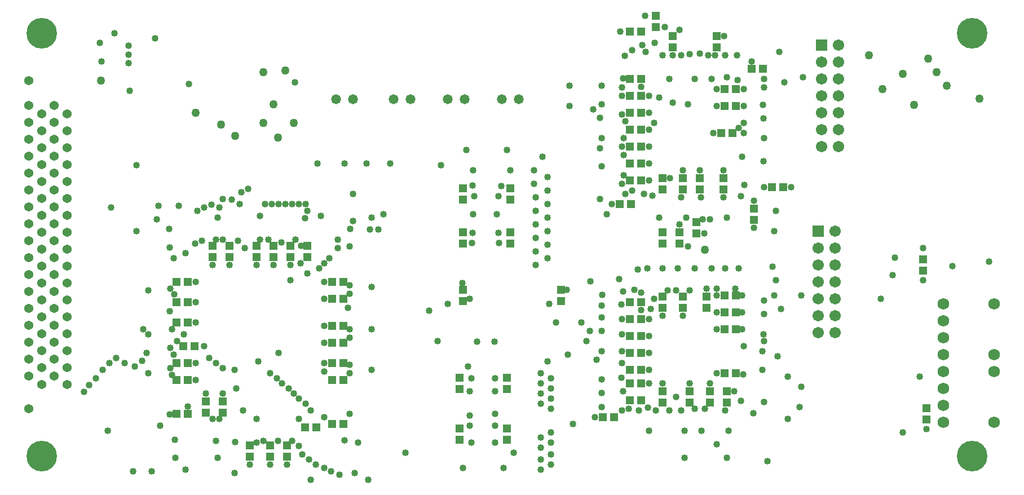
<source format=gbs>
%FSLAX24Y24*%
%MOIN*%
G70*
G01*
G75*
%ADD10R,0.0866X0.0236*%
%ADD11C,0.0200*%
%ADD12R,0.0620X0.1010*%
%ADD13R,0.0600X0.0150*%
%ADD14R,0.0360X0.2560*%
%ADD15R,0.0620X0.0775*%
%ADD16R,0.0866X0.0787*%
%ADD17R,0.0787X0.0866*%
%ADD18R,0.0394X0.0433*%
%ADD19R,0.0630X0.0118*%
%ADD20R,0.0118X0.0630*%
%ADD21R,0.0650X0.0118*%
%ADD22R,0.0728X0.0118*%
%ADD23R,0.0118X0.0728*%
%ADD24R,0.0512X0.0591*%
%ADD25R,0.0807X0.0236*%
%ADD26R,0.0591X0.0512*%
%ADD27R,0.0551X0.0787*%
%ADD28R,0.1063X0.0630*%
%ADD29C,0.0241*%
%ADD30R,0.1024X0.0945*%
%ADD31R,0.0630X0.0709*%
%ADD32R,0.0709X0.0630*%
%ADD33R,0.0433X0.0394*%
%ADD34R,0.0500X0.1181*%
%ADD35R,0.0866X0.0236*%
%ADD36R,0.5906X0.5906*%
%ADD37R,0.0420X0.1181*%
%ADD38C,0.0100*%
%ADD39C,0.0080*%
%ADD40C,0.0160*%
%ADD41C,0.0120*%
%ADD42C,0.0200*%
%ADD43C,0.0180*%
%ADD44C,0.0500*%
%ADD45C,0.1732*%
%ADD46C,0.1732*%
%ADD47C,0.0460*%
%ADD48C,0.0600*%
%ADD49R,0.0591X0.0591*%
%ADD50C,0.0591*%
%ADD51C,0.0320*%
%ADD52C,0.0420*%
%ADD53C,0.0060*%
%ADD54C,0.0098*%
%ADD55C,0.0079*%
%ADD56C,0.0070*%
%ADD57R,0.0079X0.0197*%
%ADD58R,0.0200X0.0700*%
%ADD59R,0.0200X0.0200*%
%ADD60R,0.0500X0.0200*%
%ADD61R,0.0200X0.1000*%
%ADD62R,0.0200X0.0500*%
%ADD63R,0.0079X0.0197*%
%ADD64R,0.0197X0.0079*%
%ADD65R,0.0197X0.0079*%
%ADD66R,0.0946X0.0316*%
%ADD67R,0.0680X0.0230*%
%ADD68R,0.0946X0.0867*%
%ADD69R,0.0867X0.0946*%
%ADD70R,0.0474X0.0513*%
%ADD71R,0.0710X0.0198*%
%ADD72R,0.0198X0.0710*%
%ADD73R,0.0730X0.0198*%
%ADD74R,0.0808X0.0198*%
%ADD75R,0.0198X0.0808*%
%ADD76R,0.0592X0.0671*%
%ADD77R,0.0887X0.0316*%
%ADD78R,0.0671X0.0592*%
%ADD79R,0.0631X0.0867*%
%ADD80R,0.1143X0.0710*%
%ADD81R,0.1104X0.1025*%
%ADD82R,0.0710X0.0789*%
%ADD83R,0.0789X0.0710*%
%ADD84R,0.0513X0.0474*%
%ADD85R,0.0946X0.0316*%
%ADD86C,0.0280*%
%ADD87R,0.5986X0.5986*%
%ADD88R,0.0500X0.1261*%
%ADD89C,0.0580*%
%ADD90C,0.1812*%
%ADD91C,0.1812*%
%ADD92C,0.0540*%
%ADD93C,0.0680*%
%ADD94R,0.0671X0.0671*%
%ADD95C,0.0671*%
%ADD96C,0.0400*%
D44*
X74061Y53261D02*
D03*
X76000Y54400D02*
D03*
X75400Y55200D02*
D03*
X77951Y53649D02*
D03*
X73392Y55108D02*
D03*
X74900Y56000D02*
D03*
X72200Y54200D02*
D03*
X71400Y56200D02*
D03*
X61700Y44700D02*
D03*
X37400Y52200D02*
D03*
X36460Y51340D02*
D03*
X35600Y52200D02*
D03*
X36900Y55300D02*
D03*
X35600Y55200D02*
D03*
X36214Y53286D02*
D03*
X33940Y51440D02*
D03*
X33100Y52100D02*
D03*
X31600Y52800D02*
D03*
X26000Y54700D02*
D03*
D70*
X61800Y41265D02*
D03*
Y41935D02*
D03*
X60400D02*
D03*
Y41265D02*
D03*
X50200Y45735D02*
D03*
Y45065D02*
D03*
X32600Y44935D02*
D03*
Y44265D02*
D03*
X59200Y36335D02*
D03*
Y35665D02*
D03*
X62000Y36335D02*
D03*
Y35665D02*
D03*
X63000Y36335D02*
D03*
Y35665D02*
D03*
X58800Y58535D02*
D03*
Y57865D02*
D03*
X59200Y41265D02*
D03*
Y41935D02*
D03*
X47200Y37135D02*
D03*
Y36465D02*
D03*
Y33465D02*
D03*
Y34135D02*
D03*
X50000Y33465D02*
D03*
Y34135D02*
D03*
Y37135D02*
D03*
Y36465D02*
D03*
X60800Y36335D02*
D03*
Y35665D02*
D03*
X60400Y48265D02*
D03*
Y48935D02*
D03*
X61400Y48265D02*
D03*
Y48935D02*
D03*
X62800Y48265D02*
D03*
Y48935D02*
D03*
X60200Y45065D02*
D03*
Y45735D02*
D03*
X59200Y45065D02*
D03*
Y45735D02*
D03*
X64600Y47135D02*
D03*
Y46465D02*
D03*
X47400Y47665D02*
D03*
Y48335D02*
D03*
X50200Y47665D02*
D03*
Y48335D02*
D03*
X47400Y45735D02*
D03*
Y45065D02*
D03*
X59200Y48265D02*
D03*
Y48935D02*
D03*
X61200Y46335D02*
D03*
Y45665D02*
D03*
X35200Y44935D02*
D03*
Y44265D02*
D03*
X62400Y56665D02*
D03*
Y57335D02*
D03*
X33200Y35065D02*
D03*
Y35735D02*
D03*
X36000Y33135D02*
D03*
Y32465D02*
D03*
X37000Y33135D02*
D03*
Y32465D02*
D03*
X37200Y44935D02*
D03*
Y44265D02*
D03*
X36200Y44935D02*
D03*
Y44265D02*
D03*
X33600Y44935D02*
D03*
Y44265D02*
D03*
X34800Y33135D02*
D03*
Y32465D02*
D03*
X32200Y35065D02*
D03*
Y35735D02*
D03*
X38200Y44935D02*
D03*
Y44265D02*
D03*
X47400Y42335D02*
D03*
Y41665D02*
D03*
X74600Y44135D02*
D03*
Y43465D02*
D03*
X74800Y34665D02*
D03*
Y35335D02*
D03*
X53200Y41665D02*
D03*
Y42335D02*
D03*
X59800Y57335D02*
D03*
Y56665D02*
D03*
D84*
X56335Y34800D02*
D03*
X55665D02*
D03*
X62865Y42000D02*
D03*
X63535D02*
D03*
X56665Y47400D02*
D03*
X57335D02*
D03*
X38065Y34200D02*
D03*
X38735D02*
D03*
X57935Y40600D02*
D03*
X57265D02*
D03*
X57935Y39600D02*
D03*
X57265D02*
D03*
X57935Y38600D02*
D03*
X57265D02*
D03*
X57935Y36800D02*
D03*
X57265D02*
D03*
X62865Y37400D02*
D03*
X63535D02*
D03*
X62865Y40000D02*
D03*
X63535D02*
D03*
X62865Y41000D02*
D03*
X63535D02*
D03*
X57265Y57600D02*
D03*
X57935D02*
D03*
X57935Y37600D02*
D03*
X57265D02*
D03*
X57935Y41600D02*
D03*
X57265D02*
D03*
X57935Y35800D02*
D03*
X57265D02*
D03*
Y54800D02*
D03*
X57935D02*
D03*
X65135Y55400D02*
D03*
X64465D02*
D03*
X57265Y51800D02*
D03*
X57935D02*
D03*
X57265Y49800D02*
D03*
X57935D02*
D03*
X65665Y48400D02*
D03*
X66335D02*
D03*
X63535Y54200D02*
D03*
X62865D02*
D03*
X63535Y53200D02*
D03*
X62865D02*
D03*
X57265Y53800D02*
D03*
X57935D02*
D03*
X57265Y50800D02*
D03*
X57935D02*
D03*
X57265Y48800D02*
D03*
X57935D02*
D03*
X63335Y51600D02*
D03*
X62665D02*
D03*
X30865Y39000D02*
D03*
X31535D02*
D03*
X30465Y38000D02*
D03*
X31135D02*
D03*
X40335D02*
D03*
X39665D02*
D03*
X40335Y39200D02*
D03*
X39665D02*
D03*
X40335Y41800D02*
D03*
X39665D02*
D03*
X30465Y41600D02*
D03*
X31135D02*
D03*
X30465Y42800D02*
D03*
X31135D02*
D03*
X30465Y40400D02*
D03*
X31135D02*
D03*
X30465Y37000D02*
D03*
X31135D02*
D03*
X30465Y35000D02*
D03*
X31135D02*
D03*
X40335Y42800D02*
D03*
X39665D02*
D03*
X40335Y40200D02*
D03*
X39665D02*
D03*
X40335Y37000D02*
D03*
X39665D02*
D03*
X40335Y34400D02*
D03*
X39665D02*
D03*
X57935Y52800D02*
D03*
X57265D02*
D03*
D89*
X49700Y53600D02*
D03*
X50700D02*
D03*
X46500D02*
D03*
X47500D02*
D03*
X43300D02*
D03*
X44300D02*
D03*
X39900D02*
D03*
X40900D02*
D03*
D90*
X77500Y32500D02*
D03*
X22500D02*
D03*
Y57500D02*
D03*
D91*
X77500D02*
D03*
D92*
X24000Y36750D02*
D03*
X23250Y37250D02*
D03*
X24000Y37750D02*
D03*
X23250Y38250D02*
D03*
X24000Y38750D02*
D03*
X23250Y39250D02*
D03*
X24000Y39750D02*
D03*
X23250Y40250D02*
D03*
X24000Y40750D02*
D03*
X23250Y41250D02*
D03*
X24000Y41750D02*
D03*
X23250Y42250D02*
D03*
X24000Y42750D02*
D03*
X23250Y43250D02*
D03*
X24000Y43750D02*
D03*
X23250Y44250D02*
D03*
X24000Y44750D02*
D03*
X23250Y45250D02*
D03*
X24000Y45750D02*
D03*
X23250Y46250D02*
D03*
X24000Y46750D02*
D03*
X23250Y47250D02*
D03*
X24000Y47750D02*
D03*
X23250Y48250D02*
D03*
X24000Y48750D02*
D03*
X23250Y49250D02*
D03*
X24000Y49750D02*
D03*
X23250Y50250D02*
D03*
X24000Y50750D02*
D03*
X23250Y51250D02*
D03*
X24000Y51750D02*
D03*
X23250Y52250D02*
D03*
X24000Y52750D02*
D03*
X23250Y53250D02*
D03*
X22500Y36750D02*
D03*
X21750Y37250D02*
D03*
X22500Y37750D02*
D03*
X21750Y38250D02*
D03*
X22500Y38750D02*
D03*
X21750Y39250D02*
D03*
X22500Y39750D02*
D03*
X21750Y40250D02*
D03*
X22500Y40750D02*
D03*
X21750Y41250D02*
D03*
X22500Y41750D02*
D03*
X21750Y42250D02*
D03*
X22500Y42750D02*
D03*
X21750Y43250D02*
D03*
X22500Y43750D02*
D03*
X21750Y44250D02*
D03*
X22500Y44750D02*
D03*
X21750Y45250D02*
D03*
X22500Y45750D02*
D03*
X21750Y46250D02*
D03*
X22500Y46750D02*
D03*
X21750Y47250D02*
D03*
X22500Y47750D02*
D03*
X21750Y48250D02*
D03*
X22500Y48750D02*
D03*
X21750Y49250D02*
D03*
X22500Y49750D02*
D03*
X21750Y50250D02*
D03*
X22500Y50750D02*
D03*
X21750Y51250D02*
D03*
X22500Y51750D02*
D03*
X21750Y52250D02*
D03*
X22500Y52750D02*
D03*
X21750Y53250D02*
D03*
Y35290D02*
D03*
Y54710D02*
D03*
D93*
X75800Y36500D02*
D03*
Y37500D02*
D03*
Y35500D02*
D03*
Y34500D02*
D03*
X78800Y37500D02*
D03*
Y34500D02*
D03*
Y38500D02*
D03*
Y41500D02*
D03*
X75800Y38500D02*
D03*
Y39500D02*
D03*
Y41500D02*
D03*
Y40500D02*
D03*
D94*
X68400Y45800D02*
D03*
X68600Y56800D02*
D03*
D95*
X69400Y45800D02*
D03*
X68400Y44800D02*
D03*
X69400D02*
D03*
X68400Y43800D02*
D03*
X69400D02*
D03*
X68400Y42800D02*
D03*
X69400D02*
D03*
X68400Y41800D02*
D03*
X69400D02*
D03*
X68400Y40800D02*
D03*
X69400D02*
D03*
X68400Y39800D02*
D03*
X69400D02*
D03*
X69600Y56800D02*
D03*
X68600Y55800D02*
D03*
X69600D02*
D03*
X68600Y54800D02*
D03*
X69600D02*
D03*
X68600Y53800D02*
D03*
X69600D02*
D03*
X68600Y52800D02*
D03*
X69600D02*
D03*
X68600Y51800D02*
D03*
X69600D02*
D03*
X68600Y50800D02*
D03*
X69600D02*
D03*
D96*
X40900Y48000D02*
D03*
X42700Y46800D02*
D03*
X42400Y45900D02*
D03*
X30591Y47309D02*
D03*
X29409D02*
D03*
X47400Y31800D02*
D03*
X49800D02*
D03*
X47600Y50600D02*
D03*
X50000D02*
D03*
X32900Y32400D02*
D03*
X30400D02*
D03*
X31009Y31709D02*
D03*
X44000Y32700D02*
D03*
X41200Y33300D02*
D03*
X52900Y40400D02*
D03*
X54391Y40391D02*
D03*
X53600Y38500D02*
D03*
X54708Y39292D02*
D03*
X54900Y39900D02*
D03*
X53709Y54391D02*
D03*
X55100Y53000D02*
D03*
X53700Y53200D02*
D03*
X66109Y56391D02*
D03*
X67500Y54900D02*
D03*
X66400Y54600D02*
D03*
X65909Y46991D02*
D03*
X65809Y45809D02*
D03*
X67391Y42009D02*
D03*
X65900Y42900D02*
D03*
X65809Y42009D02*
D03*
X66600Y37200D02*
D03*
X67391Y36591D02*
D03*
X67291Y35409D02*
D03*
X66600Y34700D02*
D03*
X62391Y33191D02*
D03*
X63000Y32400D02*
D03*
X60500D02*
D03*
X59000Y46600D02*
D03*
X35400Y46700D02*
D03*
X55600Y36250D02*
D03*
X55900Y46800D02*
D03*
X64000Y52200D02*
D03*
X62200Y51600D02*
D03*
X63692Y51892D02*
D03*
X63000Y46600D02*
D03*
X60200Y46200D02*
D03*
X55600Y54400D02*
D03*
X59600Y54800D02*
D03*
X60800Y56284D02*
D03*
X63600Y56200D02*
D03*
X55511Y50711D02*
D03*
X33900Y37600D02*
D03*
X33200Y37700D02*
D03*
X32800Y38000D02*
D03*
X32400Y38300D02*
D03*
X40400Y49800D02*
D03*
X43100D02*
D03*
X41700D02*
D03*
X38800D02*
D03*
X30900Y39700D02*
D03*
X30500Y39300D02*
D03*
X31600Y40400D02*
D03*
X30200Y40000D02*
D03*
X29500Y34300D02*
D03*
X27900Y31600D02*
D03*
X29000D02*
D03*
X26400Y34000D02*
D03*
X61400Y56300D02*
D03*
X46100Y49700D02*
D03*
X39000Y46700D02*
D03*
X34500Y44800D02*
D03*
X34000Y36500D02*
D03*
X34400Y35200D02*
D03*
X60000Y36000D02*
D03*
X33924Y33324D02*
D03*
X29300Y46500D02*
D03*
X41900Y45900D02*
D03*
X28100Y49700D02*
D03*
X40900Y46400D02*
D03*
X38057Y46557D02*
D03*
X63435Y36335D02*
D03*
X60400Y49400D02*
D03*
X61400D02*
D03*
X62800D02*
D03*
X29200Y57200D02*
D03*
X27700Y54100D02*
D03*
X25949Y56951D02*
D03*
X26800Y57500D02*
D03*
X26051Y55849D02*
D03*
X27630Y55730D02*
D03*
X27642Y56242D02*
D03*
X27646Y56754D02*
D03*
X31200Y54500D02*
D03*
X59200Y36800D02*
D03*
X50400Y32700D02*
D03*
X66200Y41200D02*
D03*
X58700Y41800D02*
D03*
X58500Y41200D02*
D03*
X57935Y41135D02*
D03*
X65700Y43700D02*
D03*
X58300Y43600D02*
D03*
X57939Y42161D02*
D03*
X57743Y43543D02*
D03*
X47900Y33300D02*
D03*
X49300D02*
D03*
X41000Y31500D02*
D03*
X41800Y31100D02*
D03*
X47800Y36330D02*
D03*
X47900Y37100D02*
D03*
X49300D02*
D03*
Y36330D02*
D03*
X47700Y37800D02*
D03*
X49300Y35000D02*
D03*
X47800Y34900D02*
D03*
X49300Y34300D02*
D03*
X47800D02*
D03*
X48000Y49400D02*
D03*
X38400Y35200D02*
D03*
X38100Y35600D02*
D03*
X37700Y35900D02*
D03*
X37400Y36200D02*
D03*
X37100Y36500D02*
D03*
X36700Y36800D02*
D03*
X36400Y37100D02*
D03*
X39200Y37500D02*
D03*
X36000Y37400D02*
D03*
X39200Y34800D02*
D03*
X37700Y33100D02*
D03*
X36483Y33417D02*
D03*
X34800Y32000D02*
D03*
X36000D02*
D03*
X37000D02*
D03*
X37300Y33406D02*
D03*
X35200Y34700D02*
D03*
X35600Y33400D02*
D03*
X35200Y33300D02*
D03*
X37900Y32600D02*
D03*
X38300Y32300D02*
D03*
X38700Y32000D02*
D03*
X39200Y31800D02*
D03*
X39600Y31600D02*
D03*
X40100Y31400D02*
D03*
X52000Y37400D02*
D03*
X52600Y37100D02*
D03*
X55300Y38200D02*
D03*
X52000Y36800D02*
D03*
X52600Y36500D02*
D03*
X52000Y36200D02*
D03*
X52600Y35900D02*
D03*
X52000Y35600D02*
D03*
X52600Y35300D02*
D03*
Y33900D02*
D03*
X52000Y31700D02*
D03*
X52600Y32000D02*
D03*
X52000Y32300D02*
D03*
X52600Y32600D02*
D03*
X52000Y33000D02*
D03*
Y33600D02*
D03*
X52600Y33300D02*
D03*
X59600Y35200D02*
D03*
X58800D02*
D03*
X57546Y42346D02*
D03*
X56627Y42973D02*
D03*
X56855Y42245D02*
D03*
X61089Y43589D02*
D03*
X60105Y43595D02*
D03*
X59200Y43600D02*
D03*
X59500Y42300D02*
D03*
X59200Y40800D02*
D03*
X60400D02*
D03*
X60800Y42300D02*
D03*
X60000D02*
D03*
X62100Y43600D02*
D03*
X62400Y42400D02*
D03*
X61800D02*
D03*
X62900Y43600D02*
D03*
X63700D02*
D03*
X63500Y42400D02*
D03*
X62400Y42000D02*
D03*
X63900D02*
D03*
X62400Y41000D02*
D03*
X63900D02*
D03*
X65200Y41700D02*
D03*
Y40900D02*
D03*
X62400Y40000D02*
D03*
X63900D02*
D03*
X65186Y39686D02*
D03*
X65192Y39292D02*
D03*
X64000Y39000D02*
D03*
X65098Y38702D02*
D03*
X62400Y37400D02*
D03*
X65100Y37600D02*
D03*
X63976Y37324D02*
D03*
X64573Y35027D02*
D03*
X65200Y35700D02*
D03*
X63100Y34000D02*
D03*
X63845Y35755D02*
D03*
X62900Y35200D02*
D03*
X61500Y34000D02*
D03*
X60800Y36800D02*
D03*
X62000D02*
D03*
X61700Y35300D02*
D03*
X61100D02*
D03*
X60498Y34002D02*
D03*
X60302Y35198D02*
D03*
X58420Y34000D02*
D03*
X58333Y35367D02*
D03*
X56800Y35200D02*
D03*
X56861Y36339D02*
D03*
X55600Y37020D02*
D03*
X58400Y36800D02*
D03*
Y37600D02*
D03*
Y38600D02*
D03*
X56773Y37127D02*
D03*
X56800Y38000D02*
D03*
X56798Y38702D02*
D03*
X55600Y38700D02*
D03*
X56800Y39700D02*
D03*
X55600Y39900D02*
D03*
X58400Y39600D02*
D03*
Y40600D02*
D03*
X56800D02*
D03*
X55600Y40700D02*
D03*
X55648Y42048D02*
D03*
X55600Y41400D02*
D03*
X56757Y41457D02*
D03*
X60700Y53300D02*
D03*
X59000Y53700D02*
D03*
X59800Y53400D02*
D03*
X57935Y54335D02*
D03*
X58200Y56400D02*
D03*
X58000Y56800D02*
D03*
X56955Y56155D02*
D03*
X34300Y48100D02*
D03*
X34700Y48300D02*
D03*
X56200Y47400D02*
D03*
X50200Y49400D02*
D03*
X52100Y50200D02*
D03*
X57400Y48200D02*
D03*
X55500Y47700D02*
D03*
X46500Y41500D02*
D03*
X57000Y48000D02*
D03*
X45400Y41100D02*
D03*
X48083Y47883D02*
D03*
X47973Y48493D02*
D03*
X47927Y45107D02*
D03*
X47983Y45717D02*
D03*
X48000Y46800D02*
D03*
X49400D02*
D03*
X49673Y48473D02*
D03*
X49517Y47883D02*
D03*
X49527Y45107D02*
D03*
X49517Y45717D02*
D03*
X40000Y44800D02*
D03*
Y45300D02*
D03*
X38200Y43300D02*
D03*
X37200Y42900D02*
D03*
X42000Y46600D02*
D03*
X39500Y44200D02*
D03*
X39200Y43900D02*
D03*
X38900Y43600D02*
D03*
X37835Y44935D02*
D03*
X37800Y43900D02*
D03*
X38200Y47000D02*
D03*
X38100Y47400D02*
D03*
X37700D02*
D03*
X37300D02*
D03*
X36900D02*
D03*
X36500D02*
D03*
X36100D02*
D03*
X35700D02*
D03*
X36680Y45120D02*
D03*
X52400Y49000D02*
D03*
Y48200D02*
D03*
Y45800D02*
D03*
Y45000D02*
D03*
Y44200D02*
D03*
X51600Y49400D02*
D03*
Y48600D02*
D03*
X51700Y47800D02*
D03*
X52400Y47400D02*
D03*
X51700Y47000D02*
D03*
Y43800D02*
D03*
Y44600D02*
D03*
Y45400D02*
D03*
Y46200D02*
D03*
X52400Y46600D02*
D03*
X60300Y56200D02*
D03*
X61089Y54811D02*
D03*
X64465Y55835D02*
D03*
X62100Y54800D02*
D03*
X61900Y56200D02*
D03*
X63648Y54752D02*
D03*
X62835Y57335D02*
D03*
X62300Y56200D02*
D03*
X62900D02*
D03*
X63000Y54900D02*
D03*
X65200Y54800D02*
D03*
X64000Y54200D02*
D03*
X65200Y54300D02*
D03*
X62400Y54200D02*
D03*
Y53200D02*
D03*
X65130Y53270D02*
D03*
X64000Y53200D02*
D03*
X65183Y52483D02*
D03*
X64000Y51600D02*
D03*
X65202Y51302D02*
D03*
X63900Y50200D02*
D03*
X65176Y49924D02*
D03*
X64054Y48546D02*
D03*
X66800Y48400D02*
D03*
X65200D02*
D03*
X61665Y45665D02*
D03*
X64600Y46000D02*
D03*
Y47600D02*
D03*
X63845Y47855D02*
D03*
X62800Y47800D02*
D03*
X62000Y46500D02*
D03*
X60600Y46600D02*
D03*
X61572Y46500D02*
D03*
X61483Y47817D02*
D03*
X60302Y47802D02*
D03*
X58100Y48000D02*
D03*
X58600Y47900D02*
D03*
X59800Y56200D02*
D03*
X58400Y53800D02*
D03*
Y52800D02*
D03*
Y51800D02*
D03*
X56800Y50800D02*
D03*
X58400D02*
D03*
Y49800D02*
D03*
Y48800D02*
D03*
X56800Y48600D02*
D03*
X56900Y49100D02*
D03*
X55600Y49630D02*
D03*
X56900Y50300D02*
D03*
X55600Y51300D02*
D03*
X56902Y51302D02*
D03*
X55500Y52500D02*
D03*
X55600Y53300D02*
D03*
X56800Y52700D02*
D03*
Y53800D02*
D03*
Y54300D02*
D03*
X56855Y54845D02*
D03*
X34200Y47400D02*
D03*
X33727Y47673D02*
D03*
X34120Y45220D02*
D03*
X33200Y47700D02*
D03*
X33000Y47200D02*
D03*
X32546Y47354D02*
D03*
X32100Y47200D02*
D03*
X31700Y47000D02*
D03*
X31955Y45245D02*
D03*
X26600Y47200D02*
D03*
X31561Y45061D02*
D03*
X28100Y45800D02*
D03*
X31000Y44500D02*
D03*
X30300Y44200D02*
D03*
X28500Y40000D02*
D03*
X32100Y39000D02*
D03*
X30100Y38900D02*
D03*
X30300Y38500D02*
D03*
X28700Y38600D02*
D03*
X28430Y38130D02*
D03*
X28000Y37800D02*
D03*
X27400Y38000D02*
D03*
X26900Y38300D02*
D03*
X26500Y38000D02*
D03*
X26100Y37600D02*
D03*
X25700Y37100D02*
D03*
X25300Y36700D02*
D03*
X25000Y36300D02*
D03*
X30035Y45935D02*
D03*
X30077Y44823D02*
D03*
X28800Y42300D02*
D03*
X31600Y41600D02*
D03*
Y42800D02*
D03*
X30100Y42400D02*
D03*
X30333Y42067D02*
D03*
X30083Y41083D02*
D03*
X28800Y39700D02*
D03*
Y37400D02*
D03*
X31600Y38000D02*
D03*
Y37000D02*
D03*
X30100Y37700D02*
D03*
X30200Y37300D02*
D03*
X30380Y33480D02*
D03*
X31135Y35435D02*
D03*
X32200Y36200D02*
D03*
X33200D02*
D03*
X30080Y34980D02*
D03*
X32800Y33400D02*
D03*
X32600Y34700D02*
D03*
X33000D02*
D03*
X37700D02*
D03*
X40400Y33420D02*
D03*
X40700Y35000D02*
D03*
X42000Y37600D02*
D03*
X39200Y38000D02*
D03*
X40700Y37900D02*
D03*
Y37400D02*
D03*
X39200Y39200D02*
D03*
Y40200D02*
D03*
X42000Y40000D02*
D03*
X40700D02*
D03*
X40708Y39508D02*
D03*
X40620Y41280D02*
D03*
X42000Y42500D02*
D03*
X39200Y42800D02*
D03*
Y41800D02*
D03*
X40700Y42100D02*
D03*
Y42600D02*
D03*
Y44900D02*
D03*
X40735Y45935D02*
D03*
X37200Y43800D02*
D03*
X37500Y45300D02*
D03*
X32600Y43800D02*
D03*
X33600D02*
D03*
X35900Y45300D02*
D03*
X36200Y43800D02*
D03*
X35200D02*
D03*
X35400Y45300D02*
D03*
X32900Y46600D02*
D03*
X33200Y45300D02*
D03*
X32800D02*
D03*
X47368Y42732D02*
D03*
X47800Y41800D02*
D03*
X49268Y39268D02*
D03*
X48232D02*
D03*
X52500Y41500D02*
D03*
X53550Y42350D02*
D03*
X54950Y42850D02*
D03*
X57000Y52300D02*
D03*
X58700Y52200D02*
D03*
X59635Y48935D02*
D03*
X57400Y56500D02*
D03*
X74600Y42900D02*
D03*
Y44800D02*
D03*
X72950Y44250D02*
D03*
X72800Y43200D02*
D03*
X72100Y41800D02*
D03*
X78500Y44000D02*
D03*
X74400Y37200D02*
D03*
X74800Y34100D02*
D03*
X73400Y33900D02*
D03*
X76350Y43750D02*
D03*
X33900Y31500D02*
D03*
X59200Y56200D02*
D03*
X60200Y57700D02*
D03*
X59335Y57865D02*
D03*
X58165Y58535D02*
D03*
X56700Y57600D02*
D03*
X58727Y56927D02*
D03*
X60700Y44900D02*
D03*
X66000Y38400D02*
D03*
X45889Y39311D02*
D03*
X57200Y35300D02*
D03*
X57800Y35200D02*
D03*
X52400Y38100D02*
D03*
X53900Y34400D02*
D03*
X55200Y34800D02*
D03*
X55600Y35400D02*
D03*
X36519Y38619D02*
D03*
X35300Y38100D02*
D03*
X38400Y31100D02*
D03*
X65400Y32200D02*
D03*
X37486Y54586D02*
D03*
M02*

</source>
